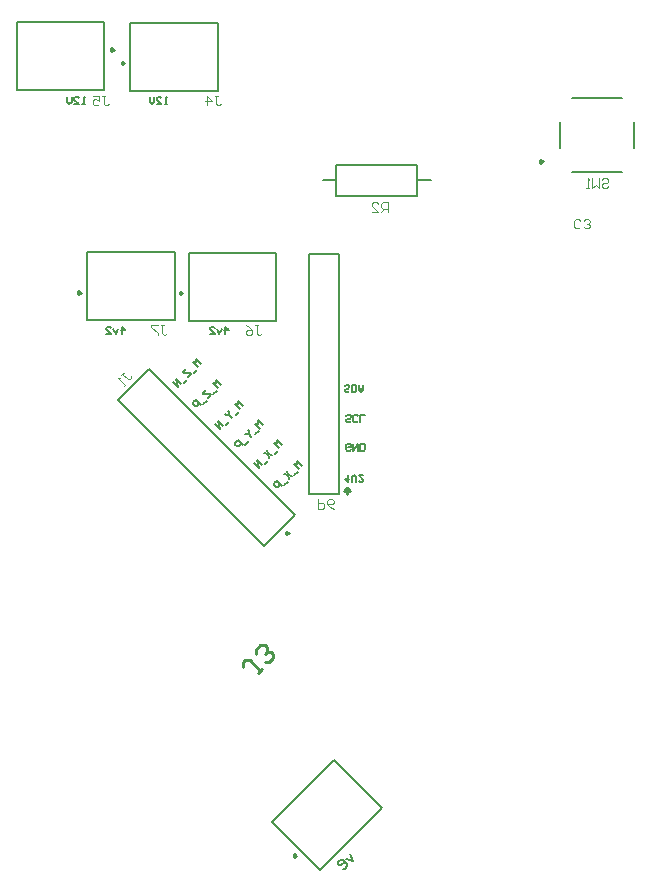
<source format=gbo>
G04*
G04 #@! TF.GenerationSoftware,Altium Limited,Altium Designer,22.5.1 (42)*
G04*
G04 Layer_Color=32896*
%FSLAX25Y25*%
%MOIN*%
G70*
G04*
G04 #@! TF.SameCoordinates,1E371425-67B3-4B82-B5F9-9DAA90CAEBC7*
G04*
G04*
G04 #@! TF.FilePolarity,Positive*
G04*
G01*
G75*
%ADD10C,0.00984*%
%ADD11C,0.00500*%
%ADD12C,0.00787*%
%ADD13C,0.01000*%
%ADD16C,0.00394*%
D10*
X233811Y241740D02*
X233073Y242166D01*
Y241314D01*
X233811Y241740D01*
X113768Y197933D02*
X113030Y198359D01*
Y197507D01*
X113768Y197933D01*
X79847Y198000D02*
X79108Y198426D01*
Y197574D01*
X79847Y198000D01*
X94189Y274500D02*
X93451Y274926D01*
Y274074D01*
X94189Y274500D01*
X90795Y279000D02*
X90057Y279426D01*
Y278574D01*
X90795Y279000D01*
X151774Y10359D02*
X151036Y10785D01*
Y9933D01*
X151774Y10359D01*
X149122Y117870D02*
X148384Y118296D01*
Y117444D01*
X149122Y117870D01*
D11*
X191886Y235500D02*
X196531Y235500D01*
X160468Y235500D02*
X165114Y235500D01*
X165114Y230382D02*
X191886Y230382D01*
X191886Y235500D02*
X191886Y230382D01*
X191886Y240618D02*
X191886Y235500D01*
X165114Y240618D02*
X191886Y240618D01*
X165114Y240618D02*
X165114Y235500D01*
X165114Y230382D01*
D12*
X243713Y238118D02*
X260287D01*
X264382Y246150D02*
Y254850D01*
X243713Y262882D02*
X260287Y262882D01*
X239618Y246150D02*
Y254850D01*
X115933Y188681D02*
Y211319D01*
X145067D01*
Y188681D02*
Y211319D01*
X115933Y188681D02*
X145067D01*
X82012Y188748D02*
Y211386D01*
X111146D01*
Y188748D02*
Y211386D01*
X82012Y188748D02*
X111146D01*
X96354Y265248D02*
Y287886D01*
X125488D01*
Y265248D02*
Y287886D01*
X96354Y265248D02*
X125488D01*
X87646Y265614D02*
Y288252D01*
X58512Y265614D02*
X87646D01*
X58512D02*
Y288252D01*
X87646D01*
X143696Y21703D02*
X159703Y5696D01*
X143696Y21703D02*
X164297Y42304D01*
X180304Y26297D01*
X159703Y5696D02*
X180304Y26297D01*
X140835Y113415D02*
X151414Y123995D01*
X92117Y162134D02*
X140835Y113415D01*
X92117Y162134D02*
X102696Y172713D01*
X151414Y123995D01*
X156000Y211000D02*
X166000D01*
X156000Y131000D02*
Y211000D01*
Y131000D02*
X166000D01*
Y211000D01*
X108713Y260787D02*
X107925D01*
X108319D01*
Y263149D01*
X108713Y262755D01*
X105171Y260787D02*
X106745D01*
X105171Y262362D01*
Y262755D01*
X105564Y263149D01*
X106351D01*
X106745Y262755D01*
X104383Y263149D02*
Y261575D01*
X103596Y260787D01*
X102809Y261575D01*
Y263149D01*
X81213Y260787D02*
X80426D01*
X80819D01*
Y263149D01*
X81213Y262755D01*
X77671Y260787D02*
X79245D01*
X77671Y262362D01*
Y262755D01*
X78064Y263149D01*
X78851D01*
X79245Y262755D01*
X76883Y263149D02*
Y261575D01*
X76096Y260787D01*
X75309Y261575D01*
Y263149D01*
X128032Y184287D02*
Y186649D01*
X129213Y185468D01*
X127638D01*
X126851Y185862D02*
X126064Y184287D01*
X125277Y185862D01*
X122915Y184287D02*
X124490D01*
X122915Y185862D01*
Y186255D01*
X123309Y186649D01*
X124096D01*
X124490Y186255D01*
X93532Y184287D02*
Y186649D01*
X94713Y185468D01*
X93138D01*
X92351Y185862D02*
X91564Y184287D01*
X90777Y185862D01*
X88415Y184287D02*
X89990D01*
X88415Y185862D01*
Y186255D01*
X88809Y186649D01*
X89596D01*
X89990Y186255D01*
X168968Y137213D02*
Y134851D01*
X167787Y136032D01*
X169362D01*
X170149Y134851D02*
Y136425D01*
X170936Y137213D01*
X171723Y136425D01*
Y134851D01*
X174085Y137213D02*
X172510D01*
X174085Y135638D01*
Y135245D01*
X173691Y134851D01*
X172904D01*
X172510Y135245D01*
X169862Y145745D02*
X169468Y145351D01*
X168681D01*
X168287Y145745D01*
Y147319D01*
X168681Y147713D01*
X169468D01*
X169862Y147319D01*
Y146532D01*
X169074D01*
X170649Y147713D02*
Y145351D01*
X172223Y147713D01*
Y145351D01*
X173010D02*
Y147713D01*
X174191D01*
X174585Y147319D01*
Y145745D01*
X174191Y145351D01*
X173010D01*
X169862Y155245D02*
X169468Y154851D01*
X168681D01*
X168287Y155245D01*
Y155638D01*
X168681Y156032D01*
X169468D01*
X169862Y156425D01*
Y156819D01*
X169468Y157213D01*
X168681D01*
X168287Y156819D01*
X172223Y155245D02*
X171830Y154851D01*
X171042D01*
X170649Y155245D01*
Y156819D01*
X171042Y157213D01*
X171830D01*
X172223Y156819D01*
X173010Y154851D02*
Y157213D01*
X174585D01*
X169362Y165245D02*
X168968Y164851D01*
X168181D01*
X167787Y165245D01*
Y165638D01*
X168181Y166032D01*
X168968D01*
X169362Y166426D01*
Y166819D01*
X168968Y167213D01*
X168181D01*
X167787Y166819D01*
X170149Y164851D02*
Y167213D01*
X171330D01*
X171723Y166819D01*
Y165245D01*
X171330Y164851D01*
X170149D01*
X172510Y167213D02*
Y165638D01*
X173297Y164851D01*
X174085Y165638D01*
Y167213D01*
Y166032D01*
X172510D01*
X167129Y5985D02*
X167871D01*
X168613Y6727D01*
X168613Y7469D01*
X167129Y8953D01*
X166387D01*
X165645Y8211D01*
X165645Y7469D01*
X166016Y7098D01*
X166758Y7098D01*
X167871Y8211D01*
X168242Y9324D02*
X170468Y8582D01*
X169726Y10808D01*
X153608Y140278D02*
X151938Y141948D01*
Y140835D01*
X150825Y140835D01*
X152495Y139165D01*
X152217Y138330D02*
X151103Y137217D01*
X148599Y138609D02*
X149155Y135826D01*
X147486Y137495D02*
X150269Y136939D01*
X148877Y134991D02*
X147764Y133877D01*
X146929Y133599D02*
X145259Y135269D01*
X144424Y134434D01*
X144424Y133877D01*
X144981Y133321D01*
X145537D01*
X146372Y134156D01*
X147108Y147278D02*
X145438Y148948D01*
Y147835D01*
X144325Y147835D01*
X145995Y146165D01*
X145717Y145330D02*
X144604Y144217D01*
X142099Y145608D02*
X142655Y142825D01*
X140986Y144495D02*
X143769Y143939D01*
X142377Y141991D02*
X141264Y140877D01*
X140429Y140599D02*
X138759Y142269D01*
X139316Y139486D01*
X137646Y141156D01*
X140608Y153778D02*
X138938Y155448D01*
Y154335D01*
X137825Y154335D01*
X139495Y152665D01*
X139217Y151830D02*
X138103Y150717D01*
X135599Y152109D02*
X135877Y151830D01*
Y150717D01*
X134764D01*
X134486Y150995D01*
X135877Y150717D02*
X136712Y149882D01*
X135877Y148491D02*
X134764Y147377D01*
X133929Y147099D02*
X132259Y148769D01*
X131424Y147934D01*
X131424Y147377D01*
X131981Y146821D01*
X132537D01*
X133372Y147656D01*
X134108Y160278D02*
X132438Y161948D01*
Y160835D01*
X131325Y160835D01*
X132995Y159165D01*
X132717Y158330D02*
X131604Y157217D01*
X129099Y158608D02*
X129377Y158330D01*
Y157217D01*
X128264D01*
X127986Y157495D01*
X129377Y157217D02*
X130212Y156382D01*
X129377Y154991D02*
X128264Y153877D01*
X127429Y153599D02*
X125759Y155269D01*
X126316Y152486D01*
X124646Y154156D01*
X126608Y167278D02*
X124938Y168948D01*
Y167835D01*
X123825Y167835D01*
X125495Y166165D01*
X125217Y165330D02*
X124103Y164217D01*
X121599Y165609D02*
X120486Y164495D01*
X120764Y164217D01*
X122990D01*
X123269Y163939D01*
X122155Y162826D01*
X121877Y161991D02*
X120764Y160877D01*
X119929Y160599D02*
X118259Y162269D01*
X117424Y161434D01*
X117424Y160877D01*
X117981Y160321D01*
X118537D01*
X119372Y161156D01*
X120108Y174278D02*
X118438Y175948D01*
Y174835D01*
X117325Y174835D01*
X118995Y173165D01*
X118717Y172330D02*
X117604Y171217D01*
X115099Y172608D02*
X113986Y171495D01*
X114264Y171217D01*
X116490D01*
X116769Y170939D01*
X115655Y169825D01*
X115377Y168991D02*
X114264Y167877D01*
X113429Y167599D02*
X111759Y169269D01*
X112316Y166486D01*
X110646Y168156D01*
D13*
X168500Y133000D02*
X169500Y132000D01*
X167500D02*
X168500Y133000D01*
Y131000D02*
Y133000D01*
X140414Y72672D02*
X139000Y71259D01*
X139707Y71966D01*
X136172Y75500D01*
X134759D01*
X134052Y74793D01*
Y73379D01*
X141121Y74793D02*
X142534D01*
X143948Y76207D01*
Y77621D01*
X143241Y78328D01*
X141827D01*
X141121Y77621D01*
X141827Y78328D01*
Y79741D01*
X141121Y80448D01*
X139707D01*
X138293Y79034D01*
Y77621D01*
D16*
X246424Y219951D02*
X245899Y219426D01*
X244850D01*
X244325Y219951D01*
Y222049D01*
X244850Y222574D01*
X245899D01*
X246424Y222049D01*
X247474Y219951D02*
X247998Y219426D01*
X249048D01*
X249573Y219951D01*
Y220475D01*
X249048Y221000D01*
X248523D01*
X249048D01*
X249573Y221525D01*
Y222049D01*
X249048Y222574D01*
X247998D01*
X247474Y222049D01*
X253574Y235549D02*
X254099Y236074D01*
X255149D01*
X255673Y235549D01*
Y235025D01*
X255149Y234500D01*
X254099D01*
X253574Y233975D01*
Y233451D01*
X254099Y232926D01*
X255149D01*
X255673Y233451D01*
X252525Y236074D02*
Y232926D01*
X251475Y233975D01*
X250426Y232926D01*
Y236074D01*
X249376Y232926D02*
X248327D01*
X248851D01*
Y236074D01*
X249376Y235549D01*
X182124Y224926D02*
Y228074D01*
X180550D01*
X180025Y227550D01*
Y226500D01*
X180550Y225975D01*
X182124D01*
X181074D02*
X180025Y224926D01*
X176876D02*
X178975D01*
X176876Y227025D01*
Y227550D01*
X177401Y228074D01*
X178451D01*
X178975Y227550D01*
X158876Y129074D02*
Y125926D01*
X160450D01*
X160975Y126451D01*
Y127500D01*
X160450Y128025D01*
X158876D01*
X164124Y125926D02*
X163074Y126451D01*
X162025Y127500D01*
Y128550D01*
X162549Y129074D01*
X163599D01*
X164124Y128550D01*
Y128025D01*
X163599Y127500D01*
X162025D01*
X93387Y170613D02*
X94129Y171355D01*
X93758Y170984D01*
X95613Y169129D01*
X96355D01*
X96726Y169500D01*
Y170242D01*
X94871Y167645D02*
X94129Y166903D01*
X94500Y167274D01*
X92274Y169500D01*
X93016Y169500D01*
X106525Y187074D02*
X107574D01*
X107050D01*
Y184450D01*
X107574Y183926D01*
X108099D01*
X108624Y184450D01*
X105475Y187074D02*
X103376D01*
Y186549D01*
X105475Y184450D01*
Y183926D01*
X138025Y187074D02*
X139074D01*
X138549D01*
Y184450D01*
X139074Y183926D01*
X139599D01*
X140124Y184450D01*
X134876Y187074D02*
X135926Y186549D01*
X136975Y185500D01*
Y184450D01*
X136451Y183926D01*
X135401D01*
X134876Y184450D01*
Y184975D01*
X135401Y185500D01*
X136975D01*
X87025Y263574D02*
X88074D01*
X87550D01*
Y260950D01*
X88074Y260426D01*
X88599D01*
X89124Y260950D01*
X83876Y263574D02*
X85975D01*
Y262000D01*
X84926Y262525D01*
X84401D01*
X83876Y262000D01*
Y260950D01*
X84401Y260426D01*
X85451D01*
X85975Y260950D01*
X124525Y263574D02*
X125574D01*
X125049D01*
Y260950D01*
X125574Y260426D01*
X126099D01*
X126624Y260950D01*
X121901Y260426D02*
Y263574D01*
X123475Y262000D01*
X121376D01*
M02*

</source>
